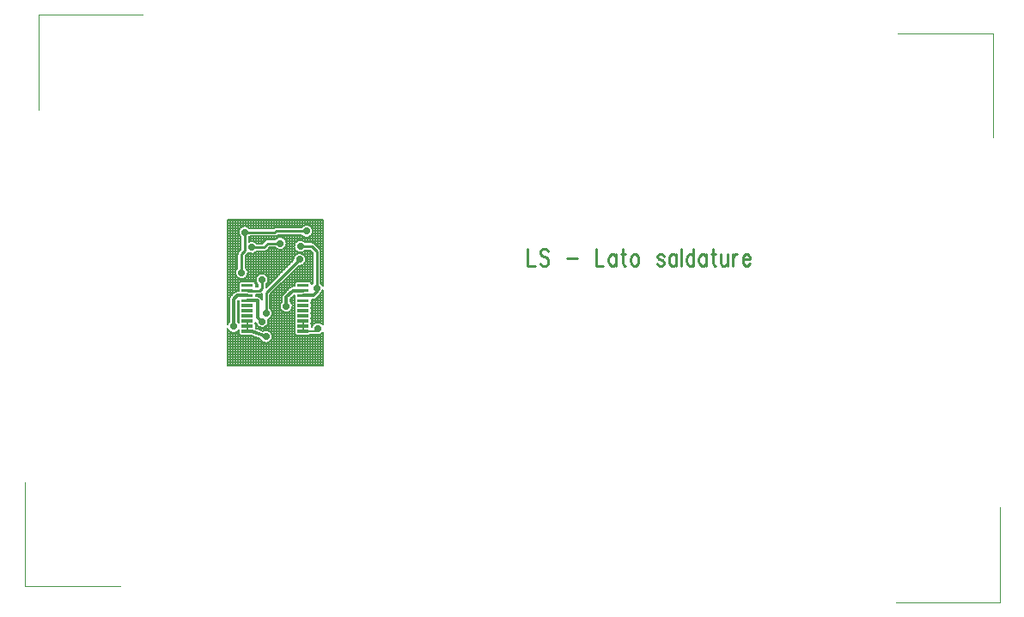
<source format=gbr>
*
*
G04 PADS Layout (Build Number 2008.43.1) generated Gerber (RS-274-X) file*
G04 PC Version=2.1*
*
%IN "P2007_0000_RBCS_RC_MAIS"*%
*
%MOIN*%
*
%FSLAX35Y35*%
*
*
*
*
G04 PC Standard Apertures*
*
*
G04 Thermal Relief Aperture macro.*
%AMTER*
1,1,$1,0,0*
1,0,$1-$2,0,0*
21,0,$3,$4,0,0,45*
21,0,$3,$4,0,0,135*
%
*
*
G04 Annular Aperture macro.*
%AMANN*
1,1,$1,0,0*
1,0,$2,0,0*
%
*
*
G04 Odd Aperture macro.*
%AMODD*
1,1,$1,0,0*
1,0,$1-0.005,0,0*
%
*
*
G04 PC Custom Aperture Macros*
*
*
*
*
*
*
G04 PC Aperture Table*
*
%ADD010C,0.01*%
%ADD031C,0.008*%
%ADD040C,0.001*%
%ADD083C,0.00787*%
%ADD091C,0.01181*%
%ADD149R,0.01181X0.01181*%
%ADD156C,0.00614*%
%ADD160C,0.02795*%
*
*
*
*
G04 PC Circuitry*
G04 Layer Name P2007_0000_RBCS_RC_MAIS - circuitry*
%LPD*%
*
*
G04 PC Custom Flashes*
G04 Layer Name P2007_0000_RBCS_RC_MAIS - flashes*
%LPD*%
*
*
G04 PC Circuitry*
G04 Layer Name P2007_0000_RBCS_RC_MAIS - circuitry*
%LPD*%
*
G54D10*
G01X511417Y440421D02*
Y433858D01*
X514145*
X519372Y439483D02*
X518917Y440108D01*
X518236Y440421*
X517326*
X516645Y440108*
X516190Y439483*
Y438858*
X516417Y438233*
X516645Y437921*
X517099Y437608*
X518463Y436983*
X518917Y436671*
X519145Y436358*
X519372Y435733*
Y434796*
X518917Y434171*
X518236Y433858*
X517326*
X516645Y434171*
X516190Y434796*
X526645Y436671D02*
X530736D01*
X538008Y440421D02*
Y433858D01*
X540736*
X545508Y438233D02*
Y433858D01*
Y437296D02*
X545054Y437921D01*
X544599Y438233*
X543917*
X543463Y437921*
X543008Y437296*
X542781Y436358*
Y435733*
X543008Y434796*
X543463Y434171*
X543917Y433858*
X544599*
X545054Y434171*
X545508Y434796*
X548236Y440421D02*
Y435108D01*
X548463Y434171*
X548917Y433858*
X549372*
X547554Y438233D02*
X549145D01*
X552554D02*
X552099Y437921D01*
X551645Y437296*
X551417Y436358*
Y435733*
X551645Y434796*
X552099Y434171*
X552554Y433858*
X553236*
X553690Y434171*
X554145Y434796*
X554372Y435733*
Y436358*
X554145Y437296*
X553690Y437921*
X553236Y438233*
X552554*
X564145Y437296D02*
X563917Y437921D01*
X563236Y438233*
X562554*
X561872Y437921*
X561645Y437296*
X561872Y436671*
X562326Y436358*
X563463Y436046*
X563917Y435733*
X564145Y435108*
Y434796*
X563917Y434171*
X563236Y433858*
X562554*
X561872Y434171*
X561645Y434796*
X568917Y438233D02*
Y433858D01*
Y437296D02*
X568463Y437921D01*
X568008Y438233*
X567326*
X566872Y437921*
X566417Y437296*
X566190Y436358*
Y435733*
X566417Y434796*
X566872Y434171*
X567326Y433858*
X568008*
X568463Y434171*
X568917Y434796*
X570963Y440421D02*
Y433858D01*
X575736Y440421D02*
Y433858D01*
Y437296D02*
X575281Y437921D01*
X574826Y438233*
X574145*
X573690Y437921*
X573236Y437296*
X573008Y436358*
Y435733*
X573236Y434796*
X573690Y434171*
X574145Y433858*
X574826*
X575281Y434171*
X575736Y434796*
X580508Y438233D02*
Y433858D01*
Y437296D02*
X580054Y437921D01*
X579599Y438233*
X578917*
X578463Y437921*
X578008Y437296*
X577781Y436358*
Y435733*
X578008Y434796*
X578463Y434171*
X578917Y433858*
X579599*
X580054Y434171*
X580508Y434796*
X583236Y440421D02*
Y435108D01*
X583463Y434171*
X583917Y433858*
X584372*
X582554Y438233D02*
X584145D01*
X586417D02*
Y435108D01*
X586645Y434171*
X587099Y433858*
X587781*
X588236Y434171*
X588917Y435108*
Y438233D02*
Y433858D01*
X590963Y438233D02*
Y433858D01*
Y436358D02*
X591190Y437296D01*
X591645Y437921*
X592099Y438233*
X592781*
X594826Y436358D02*
X597554D01*
Y436983*
X597326Y437608*
X597099Y437921*
X596645Y438233*
X595963*
X595508Y437921*
X595054Y437296*
X594826Y436358*
Y435733*
X595054Y434796*
X595508Y434171*
X595963Y433858*
X596645*
X597099Y434171*
X597554Y434796*
X409843Y415354D02*
Y423228D01*
X422835Y436220*
X402559Y424213D02*
X407283D01*
X408268Y425197*
Y428346*
X429528Y425197D02*
Y439370D01*
X427559Y441339*
X400394Y431102D02*
Y438386D01*
X401575Y439567*
Y446850*
X404331Y440945D02*
X409055D01*
X410630Y442520*
X415354*
X401575Y446850D02*
X413386D01*
X413780Y447244*
X425591*
X423228Y441339D02*
X427559D01*
G54D31*
X431883Y410994D02*
Y424367D01*
X431197Y423339D02*
G75*
G03X431883Y424367I-1669J1858D01*
G01X430723Y422408D02*
G03X431197Y423339I-1195J1195D01*
G01X430723Y422408D02*
X429364Y421049D01*
X428169Y420554D02*
G03X429364Y421049I-0J1690D01*
G01X428169Y420554D02*
X427478D01*
Y419685*
X427405Y419291D02*
G03X427478Y419685I-1027J394D01*
G01Y418898D02*
G03X427405Y419291I-1100J-0D01*
G01X427478Y418898D02*
Y417717D01*
X427405Y417323D02*
G03X427478Y417717I-1027J394D01*
G01Y416929D02*
G03X427405Y417323I-1100J0D01*
G01X427478Y416929D02*
Y415748D01*
X427405Y415354D02*
G03X427478Y415748I-1027J394D01*
G01Y414961D02*
G03X427405Y415354I-1100J-0D01*
G01X427478Y414961D02*
Y413780D01*
X427405Y413386D02*
G03X427478Y413780I-1027J394D01*
G01Y412992D02*
G03X427405Y413386I-1100J0D01*
G01X427478Y412992D02*
Y411811D01*
X427405Y411417D02*
G03X427478Y411811I-1027J394D01*
G01Y411024D02*
G03X427405Y411417I-1100J-0D01*
G01X427478Y411024D02*
Y409967D01*
X431883Y410994D02*
G03X427478Y409967I-1962J-1545D01*
G01X431883Y426026D02*
Y451568D01*
X394888*
Y411066*
X395554Y412075D02*
G03X394888Y411066I1690J-1839D01*
G01X395554Y412075D02*
Y420885D01*
X396049Y422080D02*
G03X395554Y420885I1195J-1195D01*
G01X396049Y422080D02*
X397408Y423440D01*
X398603Y423935D02*
G03X397408Y423440I0J-1691D01*
G01X398603Y423935D02*
X399294D01*
Y424803*
X399367Y425197D02*
G03X399294Y424803I1027J-394D01*
G01Y425591D02*
G03X399367Y425197I1100J-0D01*
G01X399294Y425591D02*
Y426772D01*
X400394Y427872D02*
G03X399294Y426772I-0J-1100D01*
G01X400394Y427872D02*
X404724D01*
X405824Y426772D02*
G03X404724Y427872I-1100J-0D01*
G01X405824Y426772D02*
Y425813D01*
X406621*
X406668Y425860*
Y426429*
X409868D02*
G03X406668I-1600J1917D01*
G01X409868D02*
Y425516D01*
X420347Y435996*
X422610Y433733D02*
G03X420347Y435996I225J2487D01*
G01X422610Y433733D02*
X411443Y422566D01*
Y417272*
X410640Y412987D02*
G03X411443Y417272I-797J2367D01*
G01X405820Y411709D02*
G03X410640Y412987I2448J496D01*
G01X405752Y411417D02*
G03X405820Y411709I-1028J394D01*
G01X405824Y411024D02*
G03X405752Y411417I-1100J-0D01*
G01X405824Y411024D02*
Y409843D01*
X405805Y409639D02*
G03X405824Y409843I-1081J204D01*
G01X405805Y409639D02*
X408723Y408532D01*
X407524Y405371D02*
G03X408723Y408532I2319J928D01*
G01X407524Y405371D02*
X403824Y406774D01*
X402559*
X400394*
X399294Y407874D02*
G03X400394Y406774I1100J0D01*
G01X399294Y407874D02*
Y408809D01*
X394888Y409407D02*
G03X399294Y408809I2356J829D01*
G01X394888Y409407D02*
Y394888D01*
X431883*
Y407903*
X431394Y407431D02*
G03X431883Y407903I-1473J2018D01*
G01X430315Y406971D02*
G03X431394Y407431I-0J1494D01*
G01X430315Y406971D02*
X430234D01*
X429608D02*
G03X430234I313J2478D01*
G01X429608D02*
X427006D01*
X426378Y406774D02*
G03X427006Y406971I-0J1100D01*
G01X426378Y406774D02*
X422047D01*
X420947Y407874D02*
G03X422047Y406774I1100J0D01*
G01X420947Y407874D02*
Y409055D01*
X421020Y409449D02*
G03X420947Y409055I1027J-394D01*
G01Y409843D02*
G03X421020Y409449I1100J-0D01*
G01X420947Y409843D02*
Y411024D01*
X421020Y411417D02*
G03X420947Y411024I1027J-393D01*
G01Y411811D02*
G03X421020Y411417I1100J0D01*
G01X420947Y411811D02*
Y412992D01*
X421020Y413386D02*
G03X420947Y412992I1027J-394D01*
G01Y413780D02*
G03X421020Y413386I1100J-0D01*
G01X420947Y413780D02*
Y414961D01*
X421020Y415354D02*
G03X420947Y414961I1027J-393D01*
G01Y415748D02*
G03X421020Y415354I1100J0D01*
G01X420947Y415748D02*
Y416929D01*
X421020Y417323D02*
G03X420947Y416929I1027J-394D01*
G01Y417717D02*
G03X421020Y417323I1100J-0D01*
G01X420947Y417717D02*
Y418898D01*
X421020Y419291D02*
G03X420947Y418898I1027J-393D01*
G01Y419685D02*
G03X421020Y419291I1100J0D01*
G01X420947Y419685D02*
Y420866D01*
X421020Y421260D02*
G03X420947Y420866I1027J-394D01*
G01Y421654D02*
G03X421020Y421260I1100J-0D01*
G01X420947Y421654D02*
Y422512D01*
X419407Y420972*
Y419949*
X416026D02*
G03X419407I1691J-1839D01*
G01X416026D02*
Y421672D01*
X416521Y422868D02*
G03X416026Y421672I1196J-1196D01*
G01X416521Y422868D02*
X419061Y425408D01*
X420257Y425903D02*
G03X419061Y425408I-0J-1690D01*
G01X420257Y425903D02*
X420947D01*
Y426772*
X422047Y427872D02*
G03X420947Y426772I0J-1100D01*
G01X422047Y427872D02*
X426378D01*
X427478Y426772D02*
G03X426378Y427872I-1100J-0D01*
G01X427478Y426772D02*
Y426624D01*
X427928Y427115D02*
G03X427478Y426624I1600J-1918D01*
G01X427928Y427115D02*
Y438707D01*
X426896Y439739*
X425146*
Y442939D02*
G03Y439739I-1918J-1600D01*
G01Y442939D02*
X427559D01*
X428690Y442470D02*
G03X427559Y442939I-1131J-1131D01*
G01X428690Y442470D02*
X430659Y440501D01*
X431128Y439370D02*
G03X430659Y440501I-1600J0D01*
G01X431128Y439370D02*
Y427115D01*
X431883Y426026D02*
G03X431128Y427115I-2355J-829D01*
G01X399367Y419291D02*
G03X399294Y418898I1027J-393D01*
G01Y419685D02*
G03X399367Y419291I1100J0D01*
G01X399294Y419685D02*
Y420544D01*
X398935Y420185*
Y412075*
X399306Y411645D02*
G03X398935Y412075I-2062J-1409D01*
G01X399294Y411811D02*
G03X399306Y411645I1100J0D01*
G01X399294Y411811D02*
Y412992D01*
X399367Y413386D02*
G03X399294Y412992I1027J-394D01*
G01Y413780D02*
G03X399367Y413386I1100J-0D01*
G01X399294Y413780D02*
Y414961D01*
X399367Y415354D02*
G03X399294Y414961I1027J-393D01*
G01Y415748D02*
G03X399367Y415354I1100J0D01*
G01X399294Y415748D02*
Y416929D01*
X399367Y417323D02*
G03X399294Y416929I1027J-394D01*
G01Y417717D02*
G03X399367Y417323I1100J-0D01*
G01X399294Y417717D02*
Y418898D01*
X408242Y420774D02*
Y422932D01*
X407283Y422613D02*
G03X408242Y422932I0J1600D01*
G01X407283Y422613D02*
X405824D01*
Y421966*
X406515*
X407710Y421471D02*
G03X406515Y421966I-1195J-1195D01*
G01X407710Y421471D02*
X407888Y421293D01*
X408242Y420774D02*
G03X407888Y421293I-1549J-676D01*
G01X423673Y445644D02*
G03Y448844I1918J1600D01*
G01Y445644D02*
X414437D01*
X413386Y445250D02*
G03X414437Y445644I-0J1600D01*
G01X413386Y445250D02*
X403493D01*
X403175Y444933D02*
G03X403493Y445250I-1600J1917D01*
G01X403175Y444933D02*
Y443159D01*
X406249Y442545D02*
G03X403175Y443159I-1918J-1600D01*
G01X406249Y442545D02*
X408392D01*
X409499Y443651*
X410630Y444120D02*
G03X409499Y443651I-0J-1600D01*
G01X410630Y444120D02*
X413436D01*
Y440920D02*
G03Y444120I1918J1600D01*
G01Y440920D02*
X411293D01*
X410187Y439813*
X409055Y439345D02*
G03X410187Y439813I0J1600D01*
G01X409055Y439345D02*
X406249D01*
X402997Y438833D02*
G03X406249Y439345I1334J2112D01*
G01X402706Y438436D02*
G03X402997Y438833I-1131J1131D01*
G01X402706Y438436D02*
X401994Y437723D01*
Y433020*
X398794D02*
G03X401994I1600J-1918D01*
G01X398794D02*
Y438386D01*
X399262Y439517D02*
G03X398794Y438386I1132J-1131D01*
G01X399262Y439517D02*
X399975Y440230D01*
Y444933*
X403493Y448450D02*
G03X399975Y444933I-1918J-1600D01*
G01X403493Y448450D02*
X412728D01*
X413780Y448844D02*
G03X412728Y448450I-0J-1600D01*
G01X413780Y448844D02*
X423673D01*
X405824Y422525D02*
X408242D01*
X407654Y421525D02*
X408242D01*
X398935Y413525D02*
X399324D01*
X398935Y415525D02*
X399317D01*
X398935Y417525D02*
X399311D01*
X398935Y419525D02*
X399305D01*
X399275Y420525D02*
X399294D01*
X398935Y418525D02*
X399294D01*
X398935Y416525D02*
X399294D01*
X398935Y414525D02*
X399294D01*
X398935Y412525D02*
X399294D01*
X394888Y451525D02*
X431883D01*
X394888Y450525D02*
X431883D01*
X426609Y449525D02*
X431883D01*
X427735Y448525D02*
X431883D01*
X428072Y447525D02*
X431883D01*
X427982Y446525D02*
X431883D01*
X427402Y445525D02*
X431883D01*
X416844Y444525D02*
X431883D01*
X424436Y443525D02*
X431883D01*
X428633Y442525D02*
X431883D01*
X429636Y441525D02*
X431883D01*
X430636Y440525D02*
X431883D01*
X431120Y439525D02*
X431883D01*
X431128Y438525D02*
X431883D01*
X431128Y437525D02*
X431883D01*
X431128Y436525D02*
X431883D01*
X431128Y435525D02*
X431883D01*
X431128Y434525D02*
X431883D01*
X431128Y433525D02*
X431883D01*
X431128Y432525D02*
X431883D01*
X431128Y431525D02*
X431883D01*
X431128Y430525D02*
X431883D01*
X431128Y429525D02*
X431883D01*
X431128Y428525D02*
X431883D01*
X431128Y427525D02*
X431883D01*
X431643Y426525D02*
X431883D01*
X431514Y407525D02*
X431883D01*
X412330Y406525D02*
X431883D01*
X412217Y405525D02*
X431883D01*
X411600Y404525D02*
X431883D01*
X394888Y403525D02*
X431883D01*
X394888Y402525D02*
X431883D01*
X394888Y401525D02*
X431883D01*
X394888Y400525D02*
X431883D01*
X394888Y399525D02*
X431883D01*
X394888Y398525D02*
X431883D01*
X394888Y397525D02*
X431883D01*
X394888Y396525D02*
X431883D01*
X394888Y395525D02*
X431883D01*
X423798Y438525D02*
X427928D01*
X424965Y437525D02*
X427928D01*
X425314Y436525D02*
X427928D01*
X425233Y435525D02*
X427928D01*
X424668Y434525D02*
X427928D01*
X422402Y433525D02*
X427928D01*
X421402Y432525D02*
X427928D01*
X420402Y431525D02*
X427928D01*
X419402Y430525D02*
X427928D01*
X418402Y429525D02*
X427928D01*
X417402Y428525D02*
X427928D01*
X427180Y427525D02*
X427928D01*
X424945Y439525D02*
X427110D01*
X394888Y449525D02*
X424572D01*
X414282Y445525D02*
X423779D01*
X417641Y443525D02*
X422020D01*
X404948Y438525D02*
X421871D01*
X409792Y439525D02*
X421511D01*
X416402Y427525D02*
X421245D01*
X417852Y442525D02*
X421030D01*
X412019Y407525D02*
X421004D01*
X406106Y409525D02*
X420994D01*
X410671Y411525D02*
X420985D01*
X411543Y413525D02*
X420977D01*
X412334Y415525D02*
X420970D01*
X420145Y417525D02*
X420964D01*
X419775Y419525D02*
X420959D01*
X419960Y421525D02*
X420955D01*
X415402Y426525D02*
X420947D01*
X419407Y420525D02*
X420947D01*
X420180Y418525D02*
X420947D01*
X419646Y416525D02*
X420947D01*
X412198Y414525D02*
X420947D01*
X410745Y412525D02*
X420947D01*
X410116Y410525D02*
X420947D01*
X410976Y408525D02*
X420947D01*
X416857Y440525D02*
X420867D01*
X417645Y441525D02*
X420738D01*
X401994Y437525D02*
X420705D01*
X401994Y436525D02*
X420356D01*
X401994Y435525D02*
X419876D01*
X414402Y425525D02*
X419191D01*
X401994Y434525D02*
X418876D01*
X413402Y424525D02*
X418178D01*
X401994Y433525D02*
X417876D01*
X412402Y423525D02*
X417178D01*
X402447Y432525D02*
X416876D01*
X411443Y422525D02*
X416256D01*
X411443Y421525D02*
X416026D01*
X411443Y420525D02*
X416026D01*
X402855Y431525D02*
X415876D01*
X412049Y416525D02*
X415787D01*
X411443Y419525D02*
X415658D01*
X411443Y417525D02*
X415288D01*
X411443Y418525D02*
X415254D01*
X409490Y430525D02*
X414876D01*
X410470Y429525D02*
X413876D01*
X403175Y444525D02*
X413865D01*
X410898Y440525D02*
X413852D01*
X410759Y428525D02*
X412876D01*
X403428Y448525D02*
X412820D01*
X410626Y427525D02*
X411876D01*
X409976Y426525D02*
X410876D01*
X409868Y425525D02*
X409876D01*
X403175Y443525D02*
X409372D01*
X394888Y404525D02*
X408085D01*
X394888Y405525D02*
X407118D01*
X402824Y430525D02*
X407046D01*
X405824Y426525D02*
X406559D01*
X405824Y410525D02*
X406420D01*
X402330Y429525D02*
X406065D01*
X405526Y427525D02*
X405909D01*
X405787Y411525D02*
X405864D01*
X394888Y428525D02*
X405776D01*
X394888Y406525D02*
X404481D01*
X402789Y438525D02*
X403714D01*
X394888Y444525D02*
X399975D01*
X394888Y443525D02*
X399975D01*
X394888Y442525D02*
X399975D01*
X394888Y441525D02*
X399975D01*
X394888Y440525D02*
X399975D01*
X394888Y448525D02*
X399721D01*
X394888Y427525D02*
X399592D01*
X394888Y445525D02*
X399458D01*
X394888Y407525D02*
X399351D01*
X394888Y425525D02*
X399296D01*
X394888Y426525D02*
X399294D01*
X394888Y424525D02*
X399294D01*
X399063Y408525D02*
X399294D01*
X394888Y439525D02*
X399270D01*
X394888Y447525D02*
X399170D01*
X394888Y446525D02*
X399098D01*
X394888Y438525D02*
X398800D01*
X394888Y437525D02*
X398794D01*
X394888Y436525D02*
X398794D01*
X394888Y435525D02*
X398794D01*
X394888Y434525D02*
X398794D01*
X394888Y433525D02*
X398794D01*
X394888Y429525D02*
X398457D01*
X394888Y432525D02*
X398341D01*
X394888Y430525D02*
X397964D01*
X394888Y431525D02*
X397932D01*
X394888Y423525D02*
X397499D01*
X394888Y422525D02*
X396493D01*
X394888Y421525D02*
X395679D01*
X394888Y420525D02*
X395554D01*
X394888Y419525D02*
X395554D01*
X394888Y418525D02*
X395554D01*
X394888Y417525D02*
X395554D01*
X394888Y416525D02*
X395554D01*
X394888Y415525D02*
X395554D01*
X394888Y414525D02*
X395554D01*
X394888Y413525D02*
X395554D01*
X394888Y412525D02*
X395554D01*
X394888Y408525D02*
X395425D01*
X394888Y411525D02*
X395104D01*
X431383Y423525D02*
X431883D01*
X430829Y422525D02*
X431883D01*
X429840Y421525D02*
X431883D01*
X427478Y420525D02*
X431883D01*
X427466Y419525D02*
X431883D01*
X427478Y418525D02*
X431883D01*
X427461Y417525D02*
X431883D01*
X427478Y416525D02*
X431883D01*
X427455Y415525D02*
X431883D01*
X427478Y414525D02*
X431883D01*
X427448Y413525D02*
X431883D01*
X427478Y412525D02*
X431883D01*
X431310Y411525D02*
X431883D01*
X427440D02*
X428532D01*
X427478Y410525D02*
X427667D01*
X407888Y421293D02*
Y422731D01*
X406888Y421924D02*
Y422613D01*
X405888Y421966D02*
Y422613D01*
X430888Y440212D02*
Y451568D01*
Y394888D02*
Y407085D01*
X429888Y441272D02*
Y451568D01*
Y394888D02*
Y406951D01*
X428888Y442272D02*
Y451568D01*
Y394888D02*
Y406971D01*
X427888Y448223D02*
Y451568D01*
Y442904D02*
Y446265D01*
Y427081D02*
Y438747D01*
Y394888D02*
Y406971D01*
X426888Y449378D02*
Y451568D01*
Y442939D02*
Y445110D01*
Y427746D02*
Y439739D01*
Y394888D02*
Y406899D01*
X425888Y449724D02*
Y451568D01*
Y442939D02*
Y444764D01*
Y427872D02*
Y439739D01*
Y394888D02*
Y406774D01*
X424888Y449641D02*
Y451568D01*
Y443205D02*
Y444847D01*
Y437642D02*
Y439472D01*
Y427872D02*
Y434799D01*
Y394888D02*
Y406774D01*
X423888Y449072D02*
Y451568D01*
Y443747D02*
Y445416D01*
Y438485D02*
Y438930D01*
Y427872D02*
Y433956D01*
Y394888D02*
Y406774D01*
X422888Y448844D02*
Y451568D01*
Y443813D02*
Y445644D01*
Y438718D02*
Y438864D01*
Y427872D02*
Y433723D01*
Y394888D02*
Y406774D01*
X421888Y448844D02*
Y451568D01*
Y443446D02*
Y445644D01*
Y438532D02*
Y439231D01*
Y427860D02*
Y433011D01*
Y394888D02*
Y406786D01*
X420888Y448844D02*
Y451568D01*
Y442212D02*
Y445644D01*
Y437786D02*
Y440466D01*
Y425903D02*
Y432011D01*
Y394888D02*
Y422453D01*
X419888Y448844D02*
Y451568D01*
Y435537D02*
Y445644D01*
Y425863D02*
Y431011D01*
Y419344D02*
Y421453D01*
Y394888D02*
Y416876D01*
X418888Y448844D02*
Y451568D01*
Y434537D02*
Y445644D01*
Y425235D02*
Y430011D01*
Y394888D02*
Y415904D01*
X417888Y448844D02*
Y451568D01*
Y433537D02*
Y445644D01*
Y424235D02*
Y429011D01*
Y394888D02*
Y415618D01*
X416888Y448844D02*
Y451568D01*
Y444491D02*
Y445644D01*
Y432537D02*
Y440549D01*
Y423235D02*
Y428011D01*
Y394888D02*
Y415754D01*
X415888Y448844D02*
Y451568D01*
Y444960D02*
Y445644D01*
Y431537D02*
Y440080D01*
Y419812D02*
Y427011D01*
Y394888D02*
Y416409D01*
X414888Y448844D02*
Y451568D01*
Y444973D02*
Y445644D01*
Y430537D02*
Y440066D01*
Y394888D02*
Y426011D01*
X413888Y448844D02*
Y451568D01*
Y444542D02*
Y445331D01*
Y429537D02*
Y440498D01*
Y394888D02*
Y425011D01*
X412888Y448573D02*
Y451568D01*
Y444120D02*
Y445250D01*
Y428537D02*
Y440920D01*
Y394888D02*
Y424011D01*
X411888Y448450D02*
Y451568D01*
Y444120D02*
Y445250D01*
Y427537D02*
Y440920D01*
Y416787D02*
Y423011D01*
Y407732D02*
Y413921D01*
Y394888D02*
Y404866D01*
X410888Y448450D02*
Y451568D01*
Y444120D02*
Y445250D01*
Y426537D02*
Y440515D01*
Y408567D02*
Y413086D01*
Y394888D02*
Y404031D01*
X409888Y448450D02*
Y451568D01*
Y443937D02*
Y445250D01*
Y430247D02*
Y439579D01*
Y425537D02*
Y426446D01*
Y408796D02*
Y410304D01*
Y394888D02*
Y403802D01*
X408888Y448450D02*
Y451568D01*
Y443041D02*
Y445250D01*
Y430766D02*
Y439345D01*
Y408607D02*
Y409785D01*
Y394888D02*
Y403991D01*
X407888Y448450D02*
Y451568D01*
Y442545D02*
Y445250D01*
Y430815D02*
Y439345D01*
Y408849D02*
Y409736D01*
Y394888D02*
Y404744D01*
X406888Y448450D02*
Y451568D01*
Y442545D02*
Y445250D01*
Y430429D02*
Y439345D01*
Y409228D02*
Y410123D01*
Y394888D02*
Y405612D01*
X405888Y448450D02*
Y451568D01*
Y442897D02*
Y445250D01*
Y429106D02*
Y438992D01*
Y425813D02*
Y427587D01*
Y409607D02*
Y411446D01*
Y394888D02*
Y405991D01*
X404888Y448450D02*
Y451568D01*
Y443380D02*
Y445250D01*
Y427859D02*
Y438510D01*
Y394888D02*
Y406370D01*
X403888Y448450D02*
Y451568D01*
Y443403D02*
Y445250D01*
Y427872D02*
Y438487D01*
Y394888D02*
Y406750D01*
X402888Y448975D02*
Y451568D01*
Y431228D02*
Y438653D01*
Y427872D02*
Y430977D01*
Y394888D02*
Y406774D01*
X401888Y449328D02*
Y451568D01*
Y427872D02*
Y429101D01*
Y394888D02*
Y406774D01*
X400888Y449252D02*
Y451568D01*
Y427872D02*
Y428654D01*
Y394888D02*
Y406774D01*
X399888Y448693D02*
Y451568D01*
Y440143D02*
Y445008D01*
Y427749D02*
Y428656D01*
Y394888D02*
Y406897D01*
X398888Y438928D02*
Y451568D01*
Y423935D02*
Y429109D01*
Y394888D02*
Y408356D01*
X397888Y423776D02*
Y451568D01*
Y394888D02*
Y407823D01*
X396888Y422920D02*
Y451568D01*
Y394888D02*
Y407764D01*
X395888Y421895D02*
Y451568D01*
Y394888D02*
Y408139D01*
X430888Y411752D02*
Y422600D01*
X429888Y411946D02*
Y421573D01*
X428888Y411723D02*
Y420714D01*
X427888Y410900D02*
Y420554D01*
G54D40*
X654331Y303150D02*
X694488D01*
Y340157*
X692126Y483858D02*
Y524016D01*
X655118*
X316142Y349606D02*
Y309449D01*
X353150*
X361811Y531496D02*
X321654D01*
Y494488*
G54D83*
X430315Y408661D02*
X429921Y409449D01*
X424213Y408465D02*
X430315D01*
Y408661*
G54D91*
X409843Y406299D02*
X404134Y408465D01*
X397244Y410236D02*
Y420885D01*
X398603Y422244*
X402559*
X408268Y412205D02*
X406693Y413780D01*
Y420098*
X406515Y420276*
X402559Y408465D02*
X404134D01*
X417717Y418110D02*
Y421672D01*
X420257Y424213*
X424213*
X402559Y420276D02*
X406515D01*
X424213Y422244D02*
X428169D01*
X429528Y423603*
Y425197*
G54D149*
X425787Y426181D02*
X422638D01*
X404134D02*
X400984D01*
X425787Y424213D02*
X422638D01*
X404134D02*
X400984D01*
X425787Y422244D02*
X422638D01*
X404134D02*
X400984D01*
X425787Y420276D02*
X422638D01*
X404134D02*
X400984D01*
X425787Y418307D02*
X422638D01*
X404134D02*
X400984D01*
X425787Y416339D02*
X422638D01*
X404134D02*
X400984D01*
X425787Y414370D02*
X422638D01*
X404134D02*
X400984D01*
X425787Y412402D02*
X422638D01*
X404134D02*
X400984D01*
X425787Y410433D02*
X422638D01*
X404134D02*
X400984D01*
X425787Y408465D02*
X422638D01*
X404134D02*
X400984D01*
G54D156*
X402559D02*
Y410433D01*
Y412402*
X424213Y408465D02*
Y410433D01*
Y412402*
G54D160*
X409843Y406299D03*
X397244Y410236D03*
X408268Y412205D03*
X409843Y415354D03*
X417717Y418110D03*
X429921Y409449D03*
X408268Y428346D03*
X429528Y425197D03*
X400394Y431102D03*
X422835Y436220D03*
X404331Y440945D03*
X401575Y446850D03*
X415354Y442520D03*
X425591Y447244D03*
X423228Y441339D03*
G74*
X0Y0D02*
M02*

</source>
